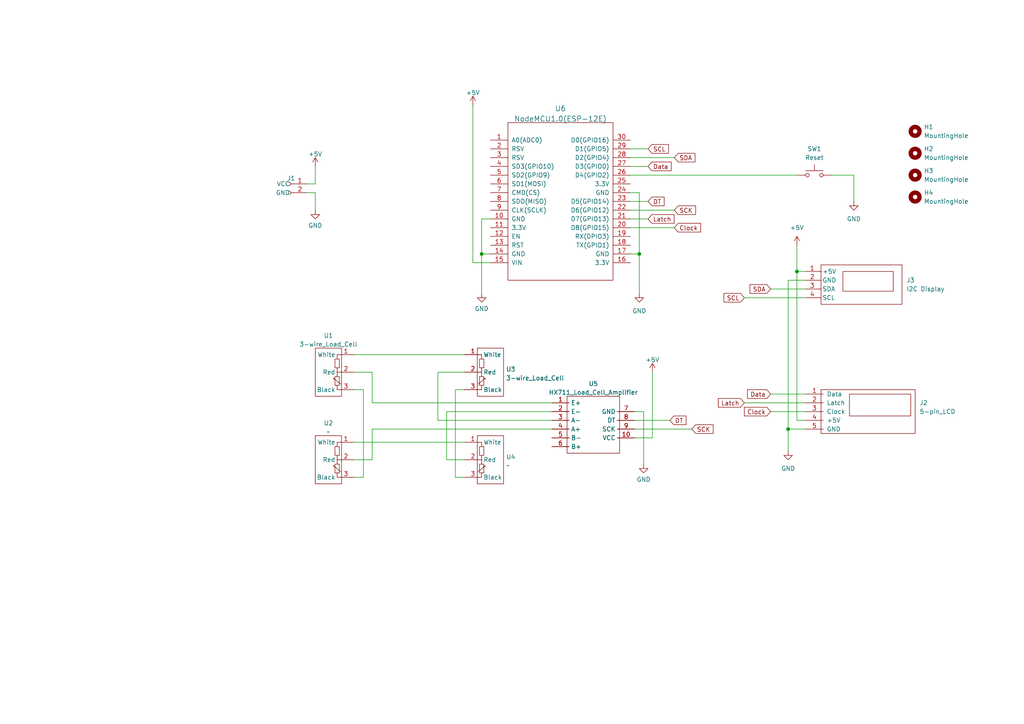
<source format=kicad_sch>
(kicad_sch (version 20230121) (generator eeschema)
  (paper "A4")
  (title_block (title "espScale") (date "2022-09-18") (rev "0.1"))
  (lib_symbols
    (symbol "Mechanical:MountingHole" (pin_names (offset 1.016))
      (property "Reference" "H" (at 0 5.08 0))
      (property "Value" "MountingHole" (at 0 3.175 0))
      (symbol "MountingHole_0_1"
        (circle (center 0 0) (radius 1.27) (stroke (width 1.27)))
      )
    )
    (symbol "My_ESP8266:NodeMCU1.0(ESP-12E)" (pin_names (offset 1.016))
      (property "Reference" "U" (at 0 21.59 0))
      (property "Value" "NodeMCU1.0(ESP-12E)" (at 0 -21.59 0))
      (symbol "NodeMCU1.0(ESP-12E)_0_1"
        (rectangle (start -15.24 -22.86) (end 15.24 22.86))
      )
      (symbol "NodeMCU1.0(ESP-12E)_1_1"
        (pin input line (at -20.32 17.78 0) (length 5.08) (name "A0(ADC0)") (number "1"))
        (pin input line (at -20.32 -5.08 0) (length 5.08) (name "GND") (number "10"))
        (pin input line (at -20.32 -7.62 0) (length 5.08) (name "3.3V") (number "11"))
        (pin input line (at -20.32 -10.16 0) (length 5.08) (name "EN") (number "12"))
        (pin input line (at -20.32 -12.7 0) (length 5.08) (name "RST") (number "13"))
        (pin input line (at -20.32 -15.24 0) (length 5.08) (name "GND") (number "14"))
        (pin input line (at -20.32 -17.78 0) (length 5.08) (name "VIN") (number "15"))
        (pin input line (at 20.32 -17.78 180) (length 5.08) (name "3.3V") (number "16"))
        (pin input line (at 20.32 -15.24 180) (length 5.08) (name "GND") (number "17"))
        (pin input line (at 20.32 -12.7 180) (length 5.08) (name "TX(GPIO1)") (number "18"))
        (pin input line (at 20.32 -10.16 180) (length 5.08) (name "RX(DPIO3)") (number "19"))
        (pin input line (at -20.32 15.24 0) (length 5.08) (name "RSV") (number "2"))
        (pin input line (at 20.32 -7.62 180) (length 5.08) (name "D8(GPIO15)") (number "20"))
        (pin input line (at 20.32 -5.08 180) (length 5.08) (name "D7(GPIO13)") (number "21"))
        (pin input line (at 20.32 -2.54 180) (length 5.08) (name "D6(GPIO12)") (number "22"))
        (pin input line (at 20.32 0 180) (length 5.08) (name "D5(GPIO14)") (number "23"))
        (pin input line (at 20.32 2.54 180) (length 5.08) (name "GND") (number "24"))
        (pin input line (at 20.32 5.08 180) (length 5.08) (name "3.3V") (number "25"))
        (pin input line (at 20.32 7.62 180) (length 5.08) (name "D4(GPIO2)") (number "26"))
        (pin input line (at 20.32 10.16 180) (length 5.08) (name "D3(GPIO0)") (number "27"))
        (pin input line (at 20.32 12.7 180) (length 5.08) (name "D2(GPIO4)") (number "28"))
        (pin input line (at 20.32 15.24 180) (length 5.08) (name "D1(GPIO5)") (number "29"))
        (pin input line (at -20.32 12.7 0) (length 5.08) (name "RSV") (number "3"))
        (pin input line (at 20.32 17.78 180) (length 5.08) (name "D0(GPIO16)") (number "30"))
        (pin input line (at -20.32 10.16 0) (length 5.08) (name "SD3(GPIO10)") (number "4"))
        (pin input line (at -20.32 7.62 0) (length 5.08) (name "SD2(GPIO9)") (number "5"))
        (pin input line (at -20.32 5.08 0) (length 5.08) (name "SD1(MOSI)") (number "6"))
        (pin input line (at -20.32 2.54 0) (length 5.08) (name "CMD(CS)") (number "7"))
        (pin input line (at -20.32 0 0) (length 5.08) (name "SDO(MISO)") (number "8"))
        (pin input line (at -20.32 -2.54 0) (length 5.08) (name "CLK(SCLK)") (number "9"))
      )
    )
    (symbol "My_Headers:2-pin_power_input_header" (pin_names (offset 1.016))
      (property "Reference" "J" (at 0 2.54 0))
      (symbol "2-pin_power_input_header_1_1"
        (arc (start 0 -2.032) (mid -0.5058 -2.54) (end 0 -3.048) (stroke (width 0.1524)))
        (polyline (pts (xy -1.27 -2.54) (xy -0.508 -2.54)) (stroke (width 0.1524)))
        (polyline (pts (xy -1.27 0) (xy -0.508 0)) (stroke (width 0.1524)))
        (arc (start 0 0.508) (mid -0.5058 0) (end 0 -0.508) (stroke (width 0.1524)))
        (pin power_out line (at -5.08 0 0) (length 3.81) (name "VCC") (number "1"))
        (pin power_out line (at -5.08 -2.54 0) (length 3.81) (name "GND") (number "2"))
      )
    )
    (symbol "My_Headers:4-pin_I2C_LCD_header" (pin_names (offset 1.016))
      (property "Reference" "J" (at 0 5.715 0))
      (property "Value" "4-pin_I2C_LCD_header" (at 0 -8.255 0))
      (symbol "4-pin_I2C_LCD_header_0_1"
        (polyline (pts (xy -0.635 4.445) (xy 22.86 4.445) (xy 22.86 -6.985) (xy -0.635 -6.985) (xy -0.635 4.445)) (stroke (width 0.1524)))
        (polyline (pts (xy 5.715 2.54) (xy 5.715 -3.175) (xy 20.32 -3.175) (xy 20.32 2.54) (xy 5.715 2.54)) (stroke (width 0.1524)))
      )
      (symbol "4-pin_I2C_LCD_header_1_1"
        (polyline (pts (xy -1.27 -5.08) (xy -0.508 -5.08)) (stroke (width 0.1524)))
        (polyline (pts (xy -1.27 -2.54) (xy -0.508 -2.54)) (stroke (width 0.1524)))
        (polyline (pts (xy -1.27 0) (xy -0.508 0)) (stroke (width 0.1524)))
        (polyline (pts (xy -1.27 2.54) (xy -0.508 2.54)) (stroke (width 0.1524)))
        (pin power_in line (at -5.08 2.54 0) (length 3.81) (name "+5V") (number "1"))
        (pin power_in line (at -5.08 0 0) (length 3.81) (name "GND") (number "2"))
        (pin passive line (at -5.08 -2.54 0) (length 3.81) (name "SDA") (number "3"))
        (pin passive line (at -5.08 -5.08 0) (length 3.81) (name "SCL") (number "4"))
      )
    )
    (symbol "My_Headers:5-pin_LCD" (pin_names (offset 1.016))
      (property "Reference" "J" (at 5.715 2.54 0))
      (property "Value" "5-pin_LCD" (at 17.78 -12.7 0))
      (symbol "5-pin_LCD_0_1"
        (polyline (pts (xy 4.445 1.27) (xy 31.75 1.27) (xy 31.75 -11.43) (xy 4.445 -11.43) (xy 4.445 1.27)))
        (polyline (pts (xy 12.7 0) (xy 12.7 -6.35) (xy 30.48 -6.35) (xy 30.48 0) (xy 12.7 0)))
      )
      (symbol "5-pin_LCD_1_1"
        (pin input line (at 0 0 0) (length 5.08) (name "Data") (number "1"))
        (pin input line (at 0 -2.54 0) (length 5.08) (name "Latch") (number "2"))
        (pin input line (at 0 -5.08 0) (length 5.08) (name "Clock") (number "3"))
        (pin power_in line (at 0 -7.62 0) (length 5.08) (name "+5V") (number "4"))
        (pin power_in line (at 0 -10.16 0) (length 5.08) (name "GND") (number "5"))
      )
    )
    (symbol "My_Parts:3-wire_Load_Cell"
      (property "Reference" "U" (at 4.699 3.429 0))
      (property "Value" "3-wire_Load_Cell" (at 6.985 -13.335 0))
      (symbol "3-wire_Load_Cell_0_1"
        (polyline (pts (xy 4.064 -8.509) (xy 6.096 -6.858)) (stroke (width 0.1524)))
        (polyline (pts (xy 5.08 -8.89) (xy 5.08 -10.16)) (stroke (width 0.1524)))
        (polyline (pts (xy 5.08 -3.81) (xy 5.08 -5.08)) (stroke (width 0.1524)))
        (polyline (pts (xy 6.096 -6.858) (xy 5.842 -6.858)) (stroke (width 0.1524)))
        (polyline (pts (xy 6.096 -6.858) (xy 6.096 -7.112)) (stroke (width 0.1524)))
        (polyline (pts (xy 3.81 1.905) (xy 3.81 -12.065) (xy 11.43 -12.065) (xy 11.43 1.905) (xy 3.81 1.905)) (stroke (width 0.1524)))
        (polyline (pts (xy 5.08 -5.08) (xy 5.08 -6.35) (xy 4.445 -6.35) (xy 4.445 -8.89) (xy 5.715 -8.89) (xy 5.715 -6.35) (xy 5.08 -6.35)) (stroke (width 0.1524)))
        (polyline (pts (xy 5.08 0) (xy 5.08 -1.27) (xy 4.445 -1.27) (xy 4.445 -3.81) (xy 5.715 -3.81) (xy 5.715 -1.27) (xy 5.08 -1.27)) (stroke (width 0.1524)))
      )
      (symbol "3-wire_Load_Cell_1_1"
        (pin input line (at 0 0 0) (length 5.08) (name "White") (number "1"))
        (pin input line (at 0 -5.08 0) (length 5.08) (name "Red") (number "2"))
        (pin input line (at 0 -10.16 0) (length 5.08) (name "Black") (number "3"))
      )
    )
    (symbol "My_Parts:HX711_Load_Cell_Amplifier"
      (property "Reference" "U" (at 6.35 3.175 0))
      (property "Value" "HX711_Load_Cell_Amplifier" (at 11.43 -16.51 0))
      (symbol "HX711_Load_Cell_Amplifier_0_1"
        (polyline (pts (xy 4.445 1.905) (xy 4.445 -14.605) (xy 19.685 -14.605) (xy 19.685 1.905) (xy 4.445 1.905)) (stroke (width 0.1524)))
      )
      (symbol "HX711_Load_Cell_Amplifier_1_1"
        (pin input line (at 0 0 0) (length 5.08) (name "E+") (number "1"))
        (pin power_in line (at 24.13 -10.16 180) (length 5.08) (name "VCC") (number "10"))
        (pin input line (at 0 -2.54 0) (length 5.08) (name "E-") (number "2"))
        (pin input line (at 0 -5.08 0) (length 5.08) (name "A-") (number "3"))
        (pin input line (at 0 -7.62 0) (length 5.08) (name "A+") (number "4"))
        (pin input line (at 0 -10.16 0) (length 5.08) (name "B-") (number "5"))
        (pin input line (at 0 -12.7 0) (length 5.08) (name "B+") (number "6"))
        (pin power_in line (at 24.13 -2.54 180) (length 5.08) (name "GND") (number "7"))
        (pin bidirectional line (at 24.13 -5.08 180) (length 5.08) (name "DT") (number "8"))
        (pin bidirectional line (at 24.13 -7.62 180) (length 5.08) (name "SCK") (number "9"))
      )
    )
    (symbol "Switch:SW_Push" (pin_numbers hide) (pin_names (offset 1.016) hide)
      (property "Reference" "SW" (at 1.27 2.54 0))
      (property "Value" "SW_Push" (at 0 -1.524 0))
      (symbol "SW_Push_0_1"
        (circle (center -2.032 0) (radius 0.508))
        (polyline (pts (xy 0 1.27) (xy 0 3.048)))
        (polyline (pts (xy 2.54 1.27) (xy -2.54 1.27)))
        (circle (center 2.032 0) (radius 0.508))
        (pin passive line (at -5.08 0 0) (length 2.54) (name "1") (number "1"))
        (pin passive line (at 5.08 0 180) (length 2.54) (name "2") (number "2"))
      )
    )
    (symbol "power:+5V" (power) (pin_names (offset 0))
      (property "Value" "+5V" (at 0 3.556 0))
      (symbol "+5V_0_1"
        (polyline (pts (xy -0.762 1.27) (xy 0 2.54)))
        (polyline (pts (xy 0 0) (xy 0 2.54)))
        (polyline (pts (xy 0 2.54) (xy 0.762 1.27)))
      )
      (symbol "+5V_1_1"
        (pin power_in line (at 0 0 90) (length 0) hide (name "+5V") (number "1"))
      )
    )
    (symbol "power:GND" (power) (pin_names (offset 0))
      (property "Value" "GND" (at 0 -3.81 0))
      (symbol "GND_0_1"
        (polyline (pts (xy 0 0) (xy 0 -1.27) (xy 1.27 -1.27) (xy 0 -2.54) (xy -1.27 -1.27) (xy 0 -1.27)))
      )
      (symbol "GND_1_1"
        (pin power_in line (at 0 0 270) (length 0) hide (name "GND") (number "1"))
      )
    )
  )
  (junction (at 228.6 124.46))
  (junction (at 139.7 73.66))
  (junction (at 185.42 73.66))
  (junction (at 231.14 78.74))
  (wire (pts (xy 247.65 50.8) (xy 247.65 58.42)))
  (wire (pts (xy 184.15 127) (xy 189.23 127)))
  (wire (pts (xy 182.88 66.04) (xy 195.58 66.04)))
  (wire (pts (xy 134.62 113.03) (xy 132.08 113.03)))
  (wire (pts (xy 228.6 124.46) (xy 228.6 130.81)))
  (wire (pts (xy 186.69 119.38) (xy 186.69 134.62)))
  (wire (pts (xy 182.88 43.18) (xy 187.96 43.18)))
  (wire (pts (xy 182.88 63.5) (xy 187.96 63.5)))
  (wire (pts (xy 142.24 73.66) (xy 139.7 73.66)))
  (wire (pts (xy 182.88 60.96) (xy 195.58 60.96)))
  (wire (pts (xy 223.52 119.38) (xy 233.68 119.38)))
  (wire (pts (xy 182.88 45.72) (xy 195.58 45.72)))
  (wire (pts (xy 184.15 121.92) (xy 194.31 121.92)))
  (wire (pts (xy 139.7 73.66) (xy 139.7 85.09)))
  (wire (pts (xy 233.68 81.28) (xy 228.6 81.28)))
  (wire (pts (xy 91.44 55.88) (xy 91.44 60.96)))
  (wire (pts (xy 185.42 55.88) (xy 182.88 55.88)))
  (wire (pts (xy 233.68 78.74) (xy 231.14 78.74)))
  (wire (pts (xy 182.88 48.26) (xy 187.96 48.26)))
  (wire (pts (xy 233.68 121.92) (xy 231.14 121.92)))
  (wire (pts (xy 105.41 138.43) (xy 105.41 113.03)))
  (wire (pts (xy 185.42 85.09) (xy 185.42 73.66)))
  (wire (pts (xy 127 121.92) (xy 127 107.95)))
  (wire (pts (xy 107.95 124.46) (xy 107.95 133.35)))
  (wire (pts (xy 228.6 81.28) (xy 228.6 124.46)))
  (wire (pts (xy 139.7 63.5) (xy 139.7 73.66)))
  (wire (pts (xy 107.95 107.95) (xy 102.87 107.95)))
  (wire (pts (xy 184.15 119.38) (xy 186.69 119.38)))
  (wire (pts (xy 228.6 124.46) (xy 233.68 124.46)))
  (wire (pts (xy 185.42 73.66) (xy 185.42 55.88)))
  (wire (pts (xy 241.3 50.8) (xy 247.65 50.8)))
  (wire (pts (xy 88.9 55.88) (xy 91.44 55.88)))
  (wire (pts (xy 185.42 73.66) (xy 182.88 73.66)))
  (wire (pts (xy 102.87 102.87) (xy 134.62 102.87)))
  (wire (pts (xy 215.9 86.36) (xy 233.68 86.36)))
  (wire (pts (xy 231.14 78.74) (xy 231.14 71.12)))
  (wire (pts (xy 231.14 78.74) (xy 231.14 121.92)))
  (wire (pts (xy 223.52 114.3) (xy 233.68 114.3)))
  (wire (pts (xy 182.88 58.42) (xy 187.96 58.42)))
  (wire (pts (xy 184.15 124.46) (xy 200.66 124.46)))
  (wire (pts (xy 127 107.95) (xy 134.62 107.95)))
  (wire (pts (xy 129.54 119.38) (xy 129.54 133.35)))
  (wire (pts (xy 88.9 53.34) (xy 91.44 53.34)))
  (wire (pts (xy 160.02 121.92) (xy 127 121.92)))
  (wire (pts (xy 107.95 133.35) (xy 102.87 133.35)))
  (wire (pts (xy 215.9 116.84) (xy 233.68 116.84)))
  (wire (pts (xy 102.87 128.27) (xy 134.62 128.27)))
  (wire (pts (xy 102.87 138.43) (xy 105.41 138.43)))
  (wire (pts (xy 182.88 50.8) (xy 231.14 50.8)))
  (wire (pts (xy 223.52 83.82) (xy 233.68 83.82)))
  (wire (pts (xy 189.23 127) (xy 189.23 107.95)))
  (wire (pts (xy 91.44 53.34) (xy 91.44 48.26)))
  (wire (pts (xy 137.16 76.2) (xy 137.16 30.48)))
  (wire (pts (xy 107.95 116.84) (xy 107.95 107.95)))
  (wire (pts (xy 142.24 63.5) (xy 139.7 63.5)))
  (wire (pts (xy 132.08 138.43) (xy 134.62 138.43)))
  (wire (pts (xy 160.02 124.46) (xy 107.95 124.46)))
  (wire (pts (xy 160.02 119.38) (xy 129.54 119.38)))
  (wire (pts (xy 132.08 113.03) (xy 132.08 138.43)))
  (wire (pts (xy 102.87 113.03) (xy 105.41 113.03)))
  (wire (pts (xy 160.02 116.84) (xy 107.95 116.84)))
  (wire (pts (xy 129.54 133.35) (xy 134.62 133.35)))
  (wire (pts (xy 142.24 76.2) (xy 137.16 76.2)))
  (global_label "Data" (shape input) (at 187.96 48.26 0) (property "Intersheetrefs" "${INTERSHEET_REFS}" (effects hide)))
  (global_label "DT" (shape input) (at 187.96 58.42 0) (property "Intersheetrefs" "${INTERSHEET_REFS}" (effects hide)))
  (global_label "Clock" (shape input) (at 195.58 66.04 0) (property "Intersheetrefs" "${INTERSHEET_REFS}" (effects hide)))
  (global_label "Data" (shape input) (at 223.52 114.3 180) (property "Intersheetrefs" "${INTERSHEET_REFS}" (effects hide)))
  (global_label "Latch" (shape input) (at 215.9 116.84 180) (property "Intersheetrefs" "${INTERSHEET_REFS}" (effects hide)))
  (global_label "SCL" (shape input) (at 215.9 86.36 180) (property "Intersheetrefs" "${INTERSHEET_REFS}" (effects hide)))
  (global_label "SCK" (shape input) (at 200.66 124.46 0) (property "Intersheetrefs" "${INTERSHEET_REFS}" (effects hide)))
  (global_label "SCK" (shape input) (at 195.58 60.96 0) (property "Intersheetrefs" "${INTERSHEET_REFS}" (effects hide)))
  (global_label "SDA" (shape input) (at 223.52 83.82 180) (property "Intersheetrefs" "${INTERSHEET_REFS}" (effects hide)))
  (global_label "SCL" (shape input) (at 187.96 43.18 0) (property "Intersheetrefs" "${INTERSHEET_REFS}" (effects hide)))
  (global_label "Clock" (shape input) (at 223.52 119.38 180) (property "Intersheetrefs" "${INTERSHEET_REFS}" (effects hide)))
  (global_label "Latch" (shape input) (at 187.96 63.5 0) (property "Intersheetrefs" "${INTERSHEET_REFS}" (effects hide)))
  (global_label "SDA" (shape input) (at 195.58 45.72 0) (property "Intersheetrefs" "${INTERSHEET_REFS}" (effects hide)))
  (global_label "DT" (shape input) (at 194.31 121.92 0) (property "Intersheetrefs" "${INTERSHEET_REFS}" (effects hide)))
  (symbol (lib_id "My_Parts:3-wire_Load_Cell") (at 134.62 128.27 0) (unit 1)
    (property "Reference" "U4" (at 146.7612 132.5153 0) (effects (justify left)))
    (property "Value" "~" (at 146.7612 135.0522 0) (effects (justify left)))
    (property "Footprint" "My_Headers:3-pin JST load cell" (effects hide))
  )
  (symbol (lib_id "My_ESP8266:NodeMCU1.0(ESP-12E)") (at 162.56 58.42 0) (unit 1)
    (property "Reference" "U6" (at 162.56 31.4759 0) (effects (font (size 1.524 1.524))))
    (property "Value" "NodeMCU1.0(ESP-12E)" (at 162.56 34.4693 0) (effects (font (size 1.524 1.524))))
    (property "Footprint" "My_ESP8266:NodeMCU-LoLinV3_w_pinsockets_large" (effects hide))
  )
  (symbol (lib_id "power:+5V") (at 91.44 48.26 0) (unit 1)
    (property "Reference" "#PWR01" (effects hide))
    (property "Value" "+5V" (at 91.44 44.6842 0))
  )
  (symbol (lib_id "power:+5V") (at 137.16 30.48 0) (unit 1)
    (property "Reference" "#PWR03" (effects hide))
    (property "Value" "+5V" (at 137.16 26.9042 0))
  )
  (symbol (lib_id "My_Parts:HX711_Load_Cell_Amplifier") (at 160.02 116.84 0) (unit 1)
    (property "Reference" "U5" (at 172.085 111.286 0))
    (property "Value" "HX711_Load_Cell_Amplifier" (at 172.085 113.8229 0))
    (property "Footprint" "My_Parts:HX711 Load Cell Amplifier w_pinsockets_large" (effects hide))
  )
  (symbol (lib_id "Switch:SW_Push") (at 236.22 50.8 0) (unit 1)
    (property "Reference" "SW1" (at 236.22 43.18 0))
    (property "Value" "Reset" (at 236.22 45.72 0))
    (property "Footprint" "My_Misc:SW_PUSH_6mm_large" (effects hide))
  )
  (symbol (lib_id "Mechanical:MountingHole") (at 265.43 57.15 0) (unit 1)
    (property "Reference" "H4" (at 267.97 55.8799 0) (effects (justify left)))
    (property "Value" "MountingHole" (at 267.97 58.4199 0) (effects (justify left)))
    (property "Footprint" "MountingHole:MountingHole_3.2mm_M3" (effects hide))
  )
  (symbol (lib_id "power:GND") (at 185.42 85.09 0) (unit 1)
    (property "Reference" "#PWR05" (effects hide))
    (property "Value" "GND" (at 185.42 90.17 0))
  )
  (symbol (lib_id "My_Headers:4-pin_I2C_LCD_header") (at 238.76 81.28 0) (unit 1)
    (property "Reference" "J3" (at 262.89 81.2799 0) (effects (justify left)))
    (property "Value" "I2C Display" (at 262.89 83.8199 0) (effects (justify left)))
    (property "Footprint" "My_Headers:4-pin JST LCD" (effects hide))
  )
  (symbol (lib_id "power:GND") (at 139.7 85.09 0) (unit 1)
    (property "Reference" "#PWR04" (effects hide))
    (property "Value" "GND" (at 139.7 89.5334 0))
  )
  (symbol (lib_id "power:GND") (at 91.44 60.96 0) (unit 1)
    (property "Reference" "#PWR02" (effects hide))
    (property "Value" "GND" (at 91.44 65.4034 0))
  )
  (symbol (lib_id "Mechanical:MountingHole") (at 265.43 44.45 0) (unit 1)
    (property "Reference" "H2" (at 267.97 43.1799 0) (effects (justify left)))
    (property "Value" "MountingHole" (at 267.97 45.7199 0) (effects (justify left)))
    (property "Footprint" "MountingHole:MountingHole_3.2mm_M3" (effects hide))
  )
  (symbol (lib_id "My_Parts:3-wire_Load_Cell") (at 102.87 102.87 0) (mirror y) (unit 1)
    (property "Reference" "U1" (at 95.25 97.316 0))
    (property "Value" "3-wire_Load_Cell" (at 95.25 99.8529 0))
    (property "Footprint" "My_Headers:3-pin JST load cell" (effects hide))
  )
  (symbol (lib_id "power:+5V") (at 231.14 71.12 0) (unit 1)
    (property "Reference" "#PWR09" (effects hide))
    (property "Value" "+5V" (at 231.14 66.04 0))
  )
  (symbol (lib_id "My_Headers:2-pin_power_input_header") (at 83.82 53.34 0) (mirror y) (unit 1)
    (property "Reference" "J1" (at 84.455 51.72 0))
    (property "Value" "2-pin_power_input_header" (effects hide))
    (property "Footprint" "My_Headers:2-pin_power_input_header" (effects hide))
  )
  (symbol (lib_id "My_Parts:3-wire_Load_Cell") (at 134.62 102.87 0) (unit 1)
    (property "Reference" "U3" (at 146.7612 107.1153 0) (effects (justify left)))
    (property "Value" "3-wire_Load_Cell" (at 146.7612 109.6522 0) (effects (justify left)))
    (property "Footprint" "My_Headers:3-pin JST load cell" (effects hide))
  )
  (symbol (lib_id "power:GND") (at 186.69 134.62 0) (unit 1)
    (property "Reference" "#PWR06" (effects hide))
    (property "Value" "GND" (at 186.69 139.0634 0))
  )
  (symbol (lib_id "My_Headers:5-pin_LCD") (at 233.68 114.3 0) (unit 1)
    (property "Reference" "J2" (at 266.7 116.84 0) (effects (justify left)))
    (property "Value" "5-pin_LCD" (at 266.7 119.38 0) (effects (justify left)))
    (property "Footprint" "My_Headers:5-pin JST LiquidCrystal595" (effects hide))
  )
  (symbol (lib_id "power:GND") (at 228.6 130.81 0) (unit 1)
    (property "Reference" "#PWR08" (effects hide))
    (property "Value" "GND" (at 228.6 135.89 0))
  )
  (symbol (lib_id "My_Parts:3-wire_Load_Cell") (at 102.87 128.27 0) (mirror y) (unit 1)
    (property "Reference" "U2" (at 95.25 122.716 0))
    (property "Value" "~" (at 95.25 125.2529 0))
    (property "Footprint" "My_Headers:3-pin JST load cell" (effects hide))
  )
  (symbol (lib_id "power:+5V") (at 189.23 107.95 0) (unit 1)
    (property "Reference" "#PWR07" (effects hide))
    (property "Value" "+5V" (at 189.23 104.3742 0))
  )
  (symbol (lib_id "Mechanical:MountingHole") (at 265.43 38.1 0) (unit 1)
    (property "Reference" "H1" (at 267.97 36.8299 0) (effects (justify left)))
    (property "Value" "MountingHole" (at 267.97 39.3699 0) (effects (justify left)))
    (property "Footprint" "MountingHole:MountingHole_3.2mm_M3" (effects hide))
  )
  (symbol (lib_id "Mechanical:MountingHole") (at 265.43 50.8 0) (unit 1)
    (property "Reference" "H3" (at 267.97 49.5299 0) (effects (justify left)))
    (property "Value" "MountingHole" (at 267.97 52.0699 0) (effects (justify left)))
    (property "Footprint" "MountingHole:MountingHole_3.2mm_M3" (effects hide))
  )
  (symbol (lib_id "power:GND") (at 247.65 58.42 0) (unit 1)
    (property "Reference" "#PWR010" (effects hide))
    (property "Value" "GND" (at 247.65 63.5 0))
  )
)
</source>
